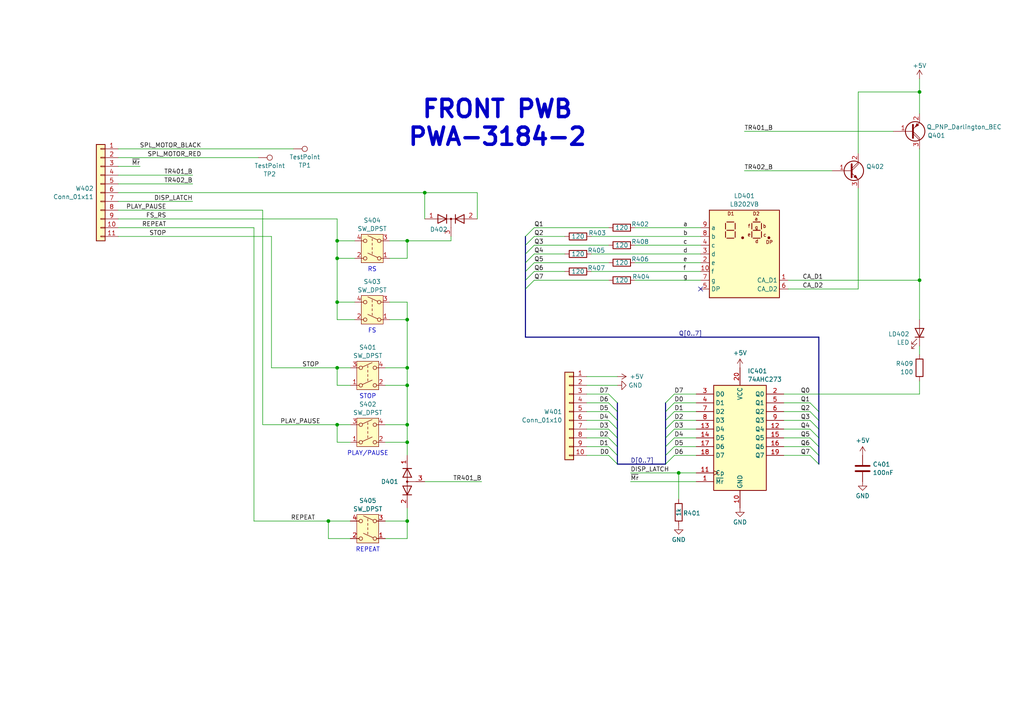
<source format=kicad_sch>
(kicad_sch (version 20231120) (generator "eeschema") (generator_version "8.0")
  (paper "A4")
  (lib_symbols
    (symbol "74xx:74AHC273"
      (property "Reference" "U" (at -7.62 16.51 0))
      (property "Value" "74AHC273" (at -7.62 -16.51 0))
      (symbol "74AHC273_1_0"
        (pin input line (at -12.7 -12.7 0) (length 5.08) (name "~{Mr}") (number "1"))
        (pin power_in line (at 0 -20.32 90) (length 5.08) (name "GND") (number "10"))
        (pin input clock (at -12.7 -10.16 0) (length 5.08) (name "Cp") (number "11"))
        (pin output line (at 12.7 2.54 180) (length 5.08) (name "Q4") (number "12"))
        (pin input line (at -12.7 2.54 0) (length 5.08) (name "D4") (number "13"))
        (pin input line (at -12.7 0 0) (length 5.08) (name "D5") (number "14"))
        (pin output line (at 12.7 0 180) (length 5.08) (name "Q5") (number "15"))
        (pin output line (at 12.7 -2.54 180) (length 5.08) (name "Q6") (number "16"))
        (pin input line (at -12.7 -2.54 0) (length 5.08) (name "D6") (number "17"))
        (pin input line (at -12.7 -5.08 0) (length 5.08) (name "D7") (number "18"))
        (pin output line (at 12.7 -5.08 180) (length 5.08) (name "Q7") (number "19"))
        (pin output line (at 12.7 12.7 180) (length 5.08) (name "Q0") (number "2"))
        (pin power_in line (at 0 20.32 270) (length 5.08) (name "VCC") (number "20"))
        (pin input line (at -12.7 12.7 0) (length 5.08) (name "D0") (number "3"))
        (pin input line (at -12.7 10.16 0) (length 5.08) (name "D1") (number "4"))
        (pin output line (at 12.7 10.16 180) (length 5.08) (name "Q1") (number "5"))
        (pin output line (at 12.7 7.62 180) (length 5.08) (name "Q2") (number "6"))
        (pin input line (at -12.7 7.62 0) (length 5.08) (name "D2") (number "7"))
        (pin input line (at -12.7 5.08 0) (length 5.08) (name "D3") (number "8"))
        (pin output line (at 12.7 5.08 180) (length 5.08) (name "Q3") (number "9"))
      )
      (symbol "74AHC273_1_1"
        (rectangle (start -7.62 15.24) (end 7.62 -15.24) (stroke (width 0.254)) (fill (type background)))
      )
    )
    (symbol "Connector:TestPoint" (pin_numbers hide) (pin_names (offset 0.762) hide)
      (property "Reference" "TP" (at 0 6.858 0))
      (property "Value" "TestPoint" (at 0 5.08 0))
      (symbol "TestPoint_0_1"
        (circle (center 0 3.302) (radius 0.762))
      )
      (symbol "TestPoint_1_1"
        (pin passive line (at 0 0 90) (length 2.54) (name "1") (number "1"))
      )
    )
    (symbol "Connector_Generic:Conn_01x10" (pin_names (offset 1.016) hide)
      (property "Reference" "J" (at 0 12.7 0))
      (property "Value" "Conn_01x10" (at 0 -15.24 0))
      (symbol "Conn_01x10_1_1"
        (rectangle (start -1.27 -12.573) (end 0 -12.827) (stroke (width 0.1524)))
        (rectangle (start -1.27 -10.033) (end 0 -10.287) (stroke (width 0.1524)))
        (rectangle (start -1.27 -7.493) (end 0 -7.747) (stroke (width 0.1524)))
        (rectangle (start -1.27 -4.953) (end 0 -5.207) (stroke (width 0.1524)))
        (rectangle (start -1.27 -2.413) (end 0 -2.667) (stroke (width 0.1524)))
        (rectangle (start -1.27 0.127) (end 0 -0.127) (stroke (width 0.1524)))
        (rectangle (start -1.27 2.667) (end 0 2.413) (stroke (width 0.1524)))
        (rectangle (start -1.27 5.207) (end 0 4.953) (stroke (width 0.1524)))
        (rectangle (start -1.27 7.747) (end 0 7.493) (stroke (width 0.1524)))
        (rectangle (start -1.27 10.287) (end 0 10.033) (stroke (width 0.1524)))
        (rectangle (start -1.27 11.43) (end 1.27 -13.97) (stroke (width 0.254)) (fill (type background)))
        (pin passive line (at -5.08 10.16 0) (length 3.81) (name "Pin_1") (number "1"))
        (pin passive line (at -5.08 -12.7 0) (length 3.81) (name "Pin_10") (number "10"))
        (pin passive line (at -5.08 7.62 0) (length 3.81) (name "Pin_2") (number "2"))
        (pin passive line (at -5.08 5.08 0) (length 3.81) (name "Pin_3") (number "3"))
        (pin passive line (at -5.08 2.54 0) (length 3.81) (name "Pin_4") (number "4"))
        (pin passive line (at -5.08 0 0) (length 3.81) (name "Pin_5") (number "5"))
        (pin passive line (at -5.08 -2.54 0) (length 3.81) (name "Pin_6") (number "6"))
        (pin passive line (at -5.08 -5.08 0) (length 3.81) (name "Pin_7") (number "7"))
        (pin passive line (at -5.08 -7.62 0) (length 3.81) (name "Pin_8") (number "8"))
        (pin passive line (at -5.08 -10.16 0) (length 3.81) (name "Pin_9") (number "9"))
      )
    )
    (symbol "Connector_Generic:Conn_01x11" (pin_names (offset 1.016) hide)
      (property "Reference" "J" (at 0 15.24 0))
      (property "Value" "Conn_01x11" (at 0 -15.24 0))
      (symbol "Conn_01x11_1_1"
        (rectangle (start -1.27 -12.573) (end 0 -12.827) (stroke (width 0.1524)))
        (rectangle (start -1.27 -10.033) (end 0 -10.287) (stroke (width 0.1524)))
        (rectangle (start -1.27 -7.493) (end 0 -7.747) (stroke (width 0.1524)))
        (rectangle (start -1.27 -4.953) (end 0 -5.207) (stroke (width 0.1524)))
        (rectangle (start -1.27 -2.413) (end 0 -2.667) (stroke (width 0.1524)))
        (rectangle (start -1.27 0.127) (end 0 -0.127) (stroke (width 0.1524)))
        (rectangle (start -1.27 2.667) (end 0 2.413) (stroke (width 0.1524)))
        (rectangle (start -1.27 5.207) (end 0 4.953) (stroke (width 0.1524)))
        (rectangle (start -1.27 7.747) (end 0 7.493) (stroke (width 0.1524)))
        (rectangle (start -1.27 10.287) (end 0 10.033) (stroke (width 0.1524)))
        (rectangle (start -1.27 12.827) (end 0 12.573) (stroke (width 0.1524)))
        (rectangle (start -1.27 13.97) (end 1.27 -13.97) (stroke (width 0.254)) (fill (type background)))
        (pin passive line (at -5.08 12.7 0) (length 3.81) (name "Pin_1") (number "1"))
        (pin passive line (at -5.08 -10.16 0) (length 3.81) (name "Pin_10") (number "10"))
        (pin passive line (at -5.08 -12.7 0) (length 3.81) (name "Pin_11") (number "11"))
        (pin passive line (at -5.08 10.16 0) (length 3.81) (name "Pin_2") (number "2"))
        (pin passive line (at -5.08 7.62 0) (length 3.81) (name "Pin_3") (number "3"))
        (pin passive line (at -5.08 5.08 0) (length 3.81) (name "Pin_4") (number "4"))
        (pin passive line (at -5.08 2.54 0) (length 3.81) (name "Pin_5") (number "5"))
        (pin passive line (at -5.08 0 0) (length 3.81) (name "Pin_6") (number "6"))
        (pin passive line (at -5.08 -2.54 0) (length 3.81) (name "Pin_7") (number "7"))
        (pin passive line (at -5.08 -5.08 0) (length 3.81) (name "Pin_8") (number "8"))
        (pin passive line (at -5.08 -7.62 0) (length 3.81) (name "Pin_9") (number "9"))
      )
    )
    (symbol "Device:C" (pin_numbers hide) (pin_names (offset 0.254))
      (property "Reference" "C" (at 0.635 2.54 0))
      (property "Value" "C" (at 0.635 -2.54 0))
      (symbol "C_0_1"
        (polyline (pts (xy -2.032 -0.762) (xy 2.032 -0.762)) (stroke (width 0.508)))
        (polyline (pts (xy -2.032 0.762) (xy 2.032 0.762)) (stroke (width 0.508)))
      )
      (symbol "C_1_1"
        (pin passive line (at 0 3.81 270) (length 2.794) (name "~") (number "1"))
        (pin passive line (at 0 -3.81 90) (length 2.794) (name "~") (number "2"))
      )
    )
    (symbol "Device:D_Dual_CommonAnode_KKA" (pin_names (offset 0.762) hide)
      (property "Reference" "D" (at 1.27 -2.54 0))
      (property "Value" "D_Dual_CommonAnode_KKA" (at 0 2.54 0))
      (symbol "D_Dual_CommonAnode_KKA_0_1"
        (polyline (pts (xy -3.81 0) (xy 3.81 0)))
        (polyline (pts (xy 0 0) (xy 0 -2.54)))
        (polyline (pts (xy -3.81 1.27) (xy -3.81 -1.27) (xy -3.81 -1.27)) (stroke (width 0.254)))
        (polyline (pts (xy 3.81 1.27) (xy 3.81 -1.27) (xy 3.81 -1.27)) (stroke (width 0.254)))
        (polyline (pts (xy -1.27 -1.27) (xy -3.81 0) (xy -1.27 1.27) (xy -1.27 -1.27) (xy -1.27 -1.27) (xy -1.27 -1.27)) (stroke (width 0.254)))
        (polyline (pts (xy 1.27 1.27) (xy 3.81 0) (xy 1.27 -1.27) (xy 1.27 1.27) (xy 1.27 1.27) (xy 1.27 1.27)) (stroke (width 0.254)))
        (circle (center 0 0) (radius 0.254) (fill (type outline)))
        (pin passive line (at -7.62 0 0) (length 3.81) (name "K") (number "1"))
        (pin passive line (at 7.62 0 180) (length 3.81) (name "K") (number "2"))
        (pin passive line (at 0 -5.08 90) (length 2.54) (name "A") (number "3"))
      )
    )
    (symbol "Device:D_Dual_CommonCathode_AAK" (pin_names (offset 0.762) hide)
      (property "Reference" "D" (at 1.27 -2.54 0))
      (property "Value" "D_Dual_CommonCathode_AAK" (at 0 2.54 0))
      (symbol "D_Dual_CommonCathode_AAK_0_1"
        (polyline (pts (xy -3.81 0) (xy 3.81 0)))
        (polyline (pts (xy 0 0) (xy 0 -2.54)))
        (polyline (pts (xy -1.27 -1.27) (xy -1.27 1.27) (xy -1.27 1.27)) (stroke (width 0.254)))
        (polyline (pts (xy 1.27 -1.27) (xy 1.27 1.27) (xy 1.27 1.27)) (stroke (width 0.254)))
        (polyline (pts (xy -3.81 1.27) (xy -1.27 0) (xy -3.81 -1.27) (xy -3.81 1.27) (xy -3.81 1.27) (xy -3.81 1.27)) (stroke (width 0.254)))
        (polyline (pts (xy 3.81 -1.27) (xy 1.27 0) (xy 3.81 1.27) (xy 3.81 -1.27) (xy 3.81 -1.27) (xy 3.81 -1.27)) (stroke (width 0.254)))
        (circle (center 0 0) (radius 0.254) (fill (type outline)))
        (pin passive line (at -7.62 0 0) (length 3.81) (name "A") (number "1"))
        (pin passive line (at 7.62 0 180) (length 3.81) (name "A") (number "2"))
        (pin passive line (at 0 -5.08 90) (length 2.54) (name "K") (number "3"))
      )
    )
    (symbol "Device:LED" (pin_numbers hide) (pin_names (offset 1.016) hide)
      (property "Reference" "D" (at 0 2.54 0))
      (property "Value" "LED" (at 0 -2.54 0))
      (symbol "LED_0_1"
        (polyline (pts (xy -1.27 -1.27) (xy -1.27 1.27)) (stroke (width 0.254)))
        (polyline (pts (xy -1.27 0) (xy 1.27 0)))
        (polyline (pts (xy 1.27 -1.27) (xy 1.27 1.27) (xy -1.27 0) (xy 1.27 -1.27)) (stroke (width 0.254)))
        (polyline (pts (xy -3.048 -0.762) (xy -4.572 -2.286) (xy -3.81 -2.286) (xy -4.572 -2.286) (xy -4.572 -1.524)))
        (polyline (pts (xy -1.778 -0.762) (xy -3.302 -2.286) (xy -2.54 -2.286) (xy -3.302 -2.286) (xy -3.302 -1.524)))
      )
      (symbol "LED_1_1"
        (pin passive line (at -3.81 0 0) (length 2.54) (name "K") (number "1"))
        (pin passive line (at 3.81 0 180) (length 2.54) (name "A") (number "2"))
      )
    )
    (symbol "Device:Q_NPN_Darlington_BCE" (pin_names (offset 0) hide)
      (property "Reference" "Q" (at 4.572 1.27 0))
      (property "Value" "Q_NPN_Darlington_BCE" (at 4.572 -1.27 0))
      (symbol "Q_NPN_Darlington_BCE_0_1"
        (polyline (pts (xy 0.635 0.635) (xy 2.54 2.54)))
        (polyline (pts (xy 0.635 -0.635) (xy 2.54 -2.54) (xy 2.54 -2.54)))
        (polyline (pts (xy 0.635 0) (xy 2.54 1.905) (xy 2.54 2.54)))
        (polyline (pts (xy 0.635 1.905) (xy 0.635 -1.905) (xy 0.635 -1.905)) (stroke (width 0.508)))
        (polyline (pts (xy 1.27 -1.778) (xy 1.778 -1.27) (xy 2.286 -2.286) (xy 1.27 -1.778) (xy 1.27 -1.778)) (fill (type outline)))
        (circle (center 1.27 0) (radius 2.8194) (stroke (width 0.254)))
      )
      (symbol "Q_NPN_Darlington_BCE_1_1"
        (pin input line (at -5.08 0 0) (length 5.715) (name "B") (number "1"))
        (pin passive line (at 2.54 5.08 270) (length 2.54) (name "C") (number "2"))
        (pin passive line (at 2.54 -5.08 90) (length 2.54) (name "E") (number "3"))
      )
    )
    (symbol "Device:Q_PNP_Darlington_BEC" (pin_names (offset 0) hide)
      (property "Reference" "Q" (at 4.572 1.27 0))
      (property "Value" "Q_PNP_Darlington_BEC" (at 4.572 -1.27 0))
      (symbol "Q_PNP_Darlington_BEC_0_1"
        (polyline (pts (xy 0.635 0.635) (xy 2.54 2.54)))
        (polyline (pts (xy 0.635 -0.635) (xy 2.54 -2.54) (xy 2.54 -2.54)))
        (polyline (pts (xy 0.635 0) (xy 2.54 1.905) (xy 2.54 2.54)))
        (polyline (pts (xy 0.635 1.905) (xy 0.635 -1.905) (xy 0.635 -1.905)) (stroke (width 0.508)))
        (polyline (pts (xy 2.286 -1.778) (xy 1.778 -2.286) (xy 1.27 -1.27) (xy 2.286 -1.778) (xy 2.286 -1.778)) (fill (type outline)))
        (circle (center 1.27 0) (radius 2.8194) (stroke (width 0.254)))
      )
      (symbol "Q_PNP_Darlington_BEC_1_1"
        (pin input line (at -5.08 0 0) (length 5.715) (name "B") (number "1"))
        (pin passive line (at 2.54 -5.08 90) (length 2.54) (name "E") (number "2"))
        (pin passive line (at 2.54 5.08 270) (length 2.54) (name "C") (number "3"))
      )
    )
    (symbol "Device:R" (pin_numbers hide) (pin_names (offset 0))
      (property "Reference" "R" (at 2.032 0 90))
      (property "Value" "R" (at 0 0 90))
      (symbol "R_0_1"
        (rectangle (start -1.016 -2.54) (end 1.016 2.54) (stroke (width 0.254)))
      )
      (symbol "R_1_1"
        (pin passive line (at 0 3.81 270) (length 1.27) (name "~") (number "1"))
        (pin passive line (at 0 -3.81 90) (length 1.27) (name "~") (number "2"))
      )
    )
    (symbol "PC-Engine_CDR-30:LB202VB"
      (property "Reference" "LD" (at 0 16.8445 0))
      (property "Value" "LB202VB" (at 0 14.4202 0))
      (symbol "LB202VB_0_0"
        (text "a" (at 3.4544 10.1854 0) (effects (font (size 0.9906 0.9906))))
        (text "b" (at 5.842 8.0772 0) (effects (font (size 0.9906 0.9906))))
        (text "c" (at 5.9436 5.5372 0) (effects (font (size 0.9906 0.9906))))
        (text "d" (at 3.6068 3.683 0) (effects (font (size 0.9906 0.9906))))
        (text "D1" (at -3.937 11.684 0) (effects (font (size 0.9906 0.9906))))
        (text "D2" (at 3.429 11.684 0) (effects (font (size 0.9906 0.9906))))
        (text "DP" (at 7.239 3.429 0) (effects (font (size 0.9906 0.9906))))
        (text "e" (at 1.3716 5.6388 0) (effects (font (size 0.9906 0.9906))))
        (text "f" (at 1.3716 8.1026 0) (effects (font (size 0.9906 0.9906))))
        (text "g" (at 3.5052 7.7216 0) (effects (font (size 0.9906 0.9906))))
      )
      (symbol "LB202VB_0_1"
        (rectangle (start -10.16 12.7) (end 10.16 -12.7) (stroke (width 0.254)) (fill (type background)))
        (circle (center -0.508 4.699) (radius 0.2794) (stroke (width 0.254)) (fill (type outline)))
        (polyline (pts (xy -5.461 4.826) (xy -5.461 6.477)) (stroke (width 0.254)))
        (polyline (pts (xy -5.461 7.239) (xy -5.461 8.89)) (stroke (width 0.254)))
        (polyline (pts (xy -5.08 4.572) (xy -3.048 4.572)) (stroke (width 0.254)))
        (polyline (pts (xy -5.08 6.858) (xy -3.048 6.858)) (stroke (width 0.254)))
        (polyline (pts (xy -5.08 9.271) (xy -3.048 9.271)) (stroke (width 0.254)))
        (polyline (pts (xy -2.667 4.826) (xy -2.667 6.477)) (stroke (width 0.254)))
        (polyline (pts (xy -2.667 7.239) (xy -2.667 8.89)) (stroke (width 0.254)))
        (polyline (pts (xy 2.159 4.826) (xy 2.159 6.477)) (stroke (width 0.254)))
        (polyline (pts (xy 2.159 7.239) (xy 2.159 8.89)) (stroke (width 0.254)))
        (polyline (pts (xy 2.54 4.572) (xy 4.572 4.572)) (stroke (width 0.254)))
        (polyline (pts (xy 2.54 6.858) (xy 4.572 6.858)) (stroke (width 0.254)))
        (polyline (pts (xy 2.54 9.271) (xy 4.572 9.271)) (stroke (width 0.254)))
        (polyline (pts (xy 4.953 4.826) (xy 4.953 6.477)) (stroke (width 0.254)))
        (polyline (pts (xy 4.953 7.239) (xy 4.953 8.89)) (stroke (width 0.254)))
        (circle (center 7.112 4.699) (radius 0.2794) (stroke (width 0.254)) (fill (type outline)))
      )
      (symbol "LB202VB_1_1"
        (pin input line (at 12.7 -7.62 180) (length 2.54) (name "CA_D1") (number "1"))
        (pin input line (at -12.7 -5.08 0) (length 2.54) (name "f") (number "10"))
        (pin input line (at -12.7 -2.54 0) (length 2.54) (name "e") (number "2"))
        (pin input line (at -12.7 0 0) (length 2.54) (name "d") (number "3"))
        (pin input line (at -12.7 2.54 0) (length 2.54) (name "c") (number "4"))
        (pin input line (at -12.7 -10.16 0) (length 2.54) (name "DP") (number "5"))
        (pin input line (at 12.7 -10.16 180) (length 2.54) (name "CA_D2") (number "6"))
        (pin input line (at -12.7 -7.62 0) (length 2.54) (name "g") (number "7"))
        (pin input line (at -12.7 5.08 0) (length 2.54) (name "b") (number "8"))
        (pin input line (at -12.7 7.62 0) (length 2.54) (name "a") (number "9"))
      )
    )
    (symbol "Switch:SW_DPST" (pin_names (offset 0) hide)
      (property "Reference" "SW" (at 0 6.35 0))
      (property "Value" "SW_DPST" (at 0 -5.08 0))
      (symbol "SW_DPST_0_0"
        (circle (center -2.032 -2.54) (radius 0.508))
        (circle (center -2.032 2.54) (radius 0.508))
        (polyline (pts (xy -1.524 -2.286) (xy 1.27 -1.016)))
        (polyline (pts (xy -1.524 2.794) (xy 1.27 4.064)))
        (polyline (pts (xy 0 -1.27) (xy 0 -0.635)))
        (polyline (pts (xy 0 0) (xy 0 0.635)))
        (polyline (pts (xy 0 1.27) (xy 0 1.905)))
        (polyline (pts (xy 0 2.54) (xy 0 3.175)))
        (circle (center 2.032 -2.54) (radius 0.508))
        (circle (center 2.032 2.54) (radius 0.508))
      )
      (symbol "SW_DPST_1_1"
        (rectangle (start -3.175 4.445) (end 3.175 -3.81) (fill (type background)))
        (pin passive line (at -5.08 -2.54 0) (length 2.54) (name "1") (number "1"))
        (pin passive line (at 5.08 -2.54 180) (length 2.54) (name "2") (number "2"))
        (pin passive line (at -5.08 2.54 0) (length 2.54) (name "3") (number "3"))
        (pin passive line (at 5.08 2.54 180) (length 2.54) (name "4") (number "4"))
      )
    )
    (symbol "power:+5V" (power) (pin_names (offset 0))
      (property "Value" "+5V" (at 0 3.556 0))
      (symbol "+5V_0_1"
        (polyline (pts (xy -0.762 1.27) (xy 0 2.54)))
        (polyline (pts (xy 0 0) (xy 0 2.54)))
        (polyline (pts (xy 0 2.54) (xy 0.762 1.27)))
      )
      (symbol "+5V_1_1"
        (pin power_in line (at 0 0 90) (length 0) hide (name "+5V") (number "1"))
      )
    )
    (symbol "power:GND" (power) (pin_names (offset 0))
      (property "Value" "GND" (at 0 -3.81 0))
      (symbol "GND_0_1"
        (polyline (pts (xy 0 0) (xy 0 -1.27) (xy 1.27 -1.27) (xy 0 -2.54) (xy -1.27 -1.27) (xy 0 -1.27)))
      )
      (symbol "GND_1_1"
        (pin power_in line (at 0 0 270) (length 0) hide (name "GND") (number "1"))
      )
    )
  )
  (junction (at 266.7 26.67))
  (junction (at 97.79 74.93))
  (junction (at 118.11 92.71))
  (junction (at 118.11 111.76))
  (junction (at 97.79 87.63))
  (junction (at 118.11 151.13))
  (junction (at 97.79 69.85))
  (junction (at 118.11 106.68))
  (junction (at 118.11 69.85))
  (junction (at 118.11 123.19))
  (junction (at 266.7 81.28))
  (junction (at 97.79 106.68))
  (junction (at 95.25 151.13))
  (junction (at 123.19 55.88))
  (junction (at 97.79 123.19))
  (junction (at 196.85 137.16))
  (junction (at 118.11 128.27))
  (no_connect (at 203.2 83.82))
  (bus_entry (at 154.94 81.28) (size -2.54 2.54))
  (bus_entry (at 195.58 119.38) (size -2.54 2.54))
  (bus_entry (at 234.95 127) (size 2.54 2.54))
  (bus_entry (at 234.95 132.08) (size 2.54 2.54))
  (bus_entry (at 154.94 71.12) (size -2.54 2.54))
  (bus_entry (at 154.94 76.2) (size -2.54 2.54))
  (bus_entry (at 234.95 119.38) (size 2.54 2.54))
  (bus_entry (at 234.95 116.84) (size 2.54 2.54))
  (bus_entry (at 234.95 124.46) (size 2.54 2.54))
  (bus_entry (at 195.58 114.3) (size -2.54 2.54))
  (bus_entry (at 234.95 129.54) (size 2.54 2.54))
  (bus_entry (at 195.58 124.46) (size -2.54 2.54))
  (bus_entry (at 154.94 73.66) (size -2.54 2.54))
  (bus_entry (at 176.53 114.3) (size 2.54 2.54))
  (bus_entry (at 176.53 132.08) (size 2.54 2.54))
  (bus_entry (at 195.58 132.08) (size -2.54 2.54))
  (bus_entry (at 176.53 116.84) (size 2.54 2.54))
  (bus_entry (at 154.94 68.58) (size -2.54 2.54))
  (bus_entry (at 195.58 116.84) (size -2.54 2.54))
  (bus_entry (at 176.53 119.38) (size 2.54 2.54))
  (bus_entry (at 195.58 127) (size -2.54 2.54))
  (bus_entry (at 234.95 121.92) (size 2.54 2.54))
  (bus_entry (at 154.94 66.04) (size -2.54 2.54))
  (bus_entry (at 176.53 127) (size 2.54 2.54))
  (bus_entry (at 176.53 124.46) (size 2.54 2.54))
  (bus_entry (at 176.53 121.92) (size 2.54 2.54))
  (bus_entry (at 154.94 78.74) (size -2.54 2.54))
  (bus_entry (at 176.53 129.54) (size 2.54 2.54))
  (bus_entry (at 195.58 129.54) (size -2.54 2.54))
  (bus_entry (at 195.58 121.92) (size -2.54 2.54))
  (wire (pts (xy 97.79 106.68) (xy 78.74 106.68)))
  (bus (pts (xy 152.4 71.12) (xy 152.4 73.66)))
  (wire (pts (xy 101.6 151.13) (xy 95.25 151.13)))
  (bus (pts (xy 179.07 132.08) (xy 179.07 134.62)))
  (wire (pts (xy 184.15 71.12) (xy 203.2 71.12)))
  (wire (pts (xy 97.79 69.85) (xy 102.87 69.85)))
  (wire (pts (xy 73.66 66.04) (xy 73.66 151.13)))
  (wire (pts (xy 123.19 55.88) (xy 34.29 55.88)))
  (wire (pts (xy 176.53 116.84) (xy 170.18 116.84)))
  (wire (pts (xy 176.53 124.46) (xy 170.18 124.46)))
  (wire (pts (xy 113.03 69.85) (xy 118.11 69.85)))
  (wire (pts (xy 154.94 73.66) (xy 163.83 73.66)))
  (bus (pts (xy 152.4 73.66) (xy 152.4 76.2)))
  (wire (pts (xy 195.58 127) (xy 201.93 127)))
  (bus (pts (xy 237.49 119.38) (xy 237.49 121.92)))
  (wire (pts (xy 118.11 128.27) (xy 118.11 132.08)))
  (wire (pts (xy 85.09 43.18) (xy 34.29 43.18)))
  (wire (pts (xy 154.94 81.28) (xy 176.53 81.28)))
  (wire (pts (xy 76.2 60.96) (xy 76.2 123.19)))
  (wire (pts (xy 97.79 87.63) (xy 102.87 87.63)))
  (wire (pts (xy 118.11 74.93) (xy 118.11 69.85)))
  (wire (pts (xy 228.6 81.28) (xy 266.7 81.28)))
  (wire (pts (xy 266.7 22.86) (xy 266.7 26.67)))
  (wire (pts (xy 154.94 76.2) (xy 176.53 76.2)))
  (wire (pts (xy 97.79 111.76) (xy 97.79 106.68)))
  (wire (pts (xy 138.43 55.88) (xy 123.19 55.88)))
  (wire (pts (xy 196.85 137.16) (xy 201.93 137.16)))
  (wire (pts (xy 97.79 128.27) (xy 97.79 123.19)))
  (wire (pts (xy 55.88 58.42) (xy 34.29 58.42)))
  (wire (pts (xy 154.94 71.12) (xy 176.53 71.12)))
  (wire (pts (xy 113.03 87.63) (xy 118.11 87.63)))
  (wire (pts (xy 40.64 48.26) (xy 34.29 48.26)))
  (wire (pts (xy 139.7 139.7) (xy 123.19 139.7)))
  (wire (pts (xy 170.18 109.22) (xy 179.07 109.22)))
  (wire (pts (xy 195.58 132.08) (xy 201.93 132.08)))
  (wire (pts (xy 195.58 129.54) (xy 201.93 129.54)))
  (wire (pts (xy 176.53 127) (xy 170.18 127)))
  (wire (pts (xy 176.53 132.08) (xy 170.18 132.08)))
  (wire (pts (xy 176.53 119.38) (xy 170.18 119.38)))
  (wire (pts (xy 74.93 45.72) (xy 34.29 45.72)))
  (wire (pts (xy 113.03 92.71) (xy 118.11 92.71)))
  (bus (pts (xy 179.07 129.54) (xy 179.07 132.08)))
  (wire (pts (xy 118.11 123.19) (xy 118.11 111.76)))
  (bus (pts (xy 179.07 116.84) (xy 179.07 119.38)))
  (bus (pts (xy 179.07 119.38) (xy 179.07 121.92)))
  (wire (pts (xy 111.76 106.68) (xy 118.11 106.68)))
  (wire (pts (xy 176.53 129.54) (xy 170.18 129.54)))
  (wire (pts (xy 215.9 49.53) (xy 241.3 49.53)))
  (wire (pts (xy 118.11 92.71) (xy 118.11 87.63)))
  (wire (pts (xy 130.81 68.58) (xy 130.81 69.85)))
  (wire (pts (xy 123.19 55.88) (xy 123.19 63.5)))
  (wire (pts (xy 234.95 119.38) (xy 227.33 119.38)))
  (wire (pts (xy 73.66 66.04) (xy 34.29 66.04)))
  (wire (pts (xy 97.79 74.93) (xy 102.87 74.93)))
  (wire (pts (xy 195.58 124.46) (xy 201.93 124.46)))
  (wire (pts (xy 182.88 139.7) (xy 201.93 139.7)))
  (wire (pts (xy 195.58 121.92) (xy 201.93 121.92)))
  (wire (pts (xy 184.15 66.04) (xy 203.2 66.04)))
  (wire (pts (xy 34.29 63.5) (xy 97.79 63.5)))
  (wire (pts (xy 95.25 151.13) (xy 95.25 156.21)))
  (wire (pts (xy 196.85 144.78) (xy 196.85 137.16)))
  (wire (pts (xy 118.11 123.19) (xy 118.11 128.27)))
  (wire (pts (xy 55.88 50.8) (xy 34.29 50.8)))
  (bus (pts (xy 193.04 119.38) (xy 193.04 121.92)))
  (wire (pts (xy 118.11 111.76) (xy 111.76 111.76)))
  (wire (pts (xy 248.92 54.61) (xy 248.92 83.82)))
  (wire (pts (xy 171.45 68.58) (xy 203.2 68.58)))
  (wire (pts (xy 266.7 110.49) (xy 266.7 114.3)))
  (bus (pts (xy 152.4 78.74) (xy 152.4 81.28)))
  (wire (pts (xy 118.11 123.19) (xy 111.76 123.19)))
  (wire (pts (xy 97.79 92.71) (xy 102.87 92.71)))
  (bus (pts (xy 193.04 121.92) (xy 193.04 124.46)))
  (wire (pts (xy 195.58 116.84) (xy 201.93 116.84)))
  (wire (pts (xy 234.95 127) (xy 227.33 127)))
  (wire (pts (xy 73.66 151.13) (xy 95.25 151.13)))
  (wire (pts (xy 195.58 119.38) (xy 201.93 119.38)))
  (wire (pts (xy 228.6 83.82) (xy 248.92 83.82)))
  (bus (pts (xy 179.07 134.62) (xy 193.04 134.62)))
  (wire (pts (xy 184.15 76.2) (xy 203.2 76.2)))
  (bus (pts (xy 237.49 124.46) (xy 237.49 127)))
  (wire (pts (xy 55.88 53.34) (xy 34.29 53.34)))
  (bus (pts (xy 193.04 127) (xy 193.04 129.54)))
  (wire (pts (xy 248.92 26.67) (xy 266.7 26.67)))
  (bus (pts (xy 193.04 132.08) (xy 193.04 134.62)))
  (wire (pts (xy 266.7 100.33) (xy 266.7 102.87)))
  (bus (pts (xy 193.04 124.46) (xy 193.04 127)))
  (wire (pts (xy 118.11 156.21) (xy 118.11 151.13)))
  (wire (pts (xy 118.11 111.76) (xy 118.11 106.68)))
  (wire (pts (xy 215.9 38.1) (xy 259.08 38.1)))
  (wire (pts (xy 97.79 123.19) (xy 101.6 123.19)))
  (wire (pts (xy 176.53 114.3) (xy 170.18 114.3)))
  (wire (pts (xy 182.88 137.16) (xy 196.85 137.16)))
  (wire (pts (xy 118.11 151.13) (xy 111.76 151.13)))
  (bus (pts (xy 152.4 68.58) (xy 152.4 71.12)))
  (wire (pts (xy 171.45 73.66) (xy 203.2 73.66)))
  (wire (pts (xy 138.43 63.5) (xy 138.43 55.88)))
  (bus (pts (xy 179.07 121.92) (xy 179.07 124.46)))
  (wire (pts (xy 234.95 132.08) (xy 227.33 132.08)))
  (wire (pts (xy 234.95 116.84) (xy 227.33 116.84)))
  (wire (pts (xy 184.15 81.28) (xy 203.2 81.28)))
  (bus (pts (xy 179.07 124.46) (xy 179.07 127)))
  (wire (pts (xy 227.33 114.3) (xy 266.7 114.3)))
  (wire (pts (xy 78.74 68.58) (xy 78.74 106.68)))
  (bus (pts (xy 152.4 97.79) (xy 237.49 97.79)))
  (bus (pts (xy 237.49 129.54) (xy 237.49 132.08)))
  (wire (pts (xy 118.11 69.85) (xy 130.81 69.85)))
  (bus (pts (xy 237.49 132.08) (xy 237.49 134.62)))
  (wire (pts (xy 97.79 63.5) (xy 97.79 69.85)))
  (wire (pts (xy 266.7 81.28) (xy 266.7 43.18)))
  (wire (pts (xy 171.45 78.74) (xy 203.2 78.74)))
  (wire (pts (xy 234.95 121.92) (xy 227.33 121.92)))
  (wire (pts (xy 97.79 106.68) (xy 101.6 106.68)))
  (wire (pts (xy 234.95 129.54) (xy 227.33 129.54)))
  (wire (pts (xy 195.58 114.3) (xy 201.93 114.3)))
  (wire (pts (xy 266.7 81.28) (xy 266.7 92.71)))
  (wire (pts (xy 154.94 66.04) (xy 176.53 66.04)))
  (bus (pts (xy 237.49 127) (xy 237.49 129.54)))
  (wire (pts (xy 266.7 33.02) (xy 266.7 26.67)))
  (wire (pts (xy 111.76 128.27) (xy 118.11 128.27)))
  (wire (pts (xy 113.03 74.93) (xy 118.11 74.93)))
  (bus (pts (xy 179.07 127) (xy 179.07 129.54)))
  (wire (pts (xy 118.11 151.13) (xy 118.11 147.32)))
  (bus (pts (xy 152.4 76.2) (xy 152.4 78.74)))
  (wire (pts (xy 234.95 124.46) (xy 227.33 124.46)))
  (wire (pts (xy 248.92 26.67) (xy 248.92 44.45)))
  (wire (pts (xy 154.94 68.58) (xy 163.83 68.58)))
  (wire (pts (xy 97.79 87.63) (xy 97.79 92.71)))
  (wire (pts (xy 154.94 78.74) (xy 163.83 78.74)))
  (wire (pts (xy 76.2 60.96) (xy 34.29 60.96)))
  (wire (pts (xy 78.74 68.58) (xy 34.29 68.58)))
  (wire (pts (xy 97.79 69.85) (xy 97.79 74.93)))
  (bus (pts (xy 237.49 97.79) (xy 237.49 119.38)))
  (wire (pts (xy 176.53 121.92) (xy 170.18 121.92)))
  (bus (pts (xy 152.4 81.28) (xy 152.4 83.82)))
  (bus (pts (xy 193.04 129.54) (xy 193.04 132.08)))
  (wire (pts (xy 97.79 74.93) (xy 97.79 87.63)))
  (wire (pts (xy 111.76 156.21) (xy 118.11 156.21)))
  (wire (pts (xy 101.6 111.76) (xy 97.79 111.76)))
  (wire (pts (xy 170.18 111.76) (xy 179.07 111.76)))
  (wire (pts (xy 95.25 156.21) (xy 101.6 156.21)))
  (wire (pts (xy 97.79 123.19) (xy 76.2 123.19)))
  (wire (pts (xy 101.6 128.27) (xy 97.79 128.27)))
  (bus (pts (xy 193.04 116.84) (xy 193.04 119.38)))
  (bus (pts (xy 237.49 121.92) (xy 237.49 124.46)))
  (wire (pts (xy 118.11 106.68) (xy 118.11 92.71)))
  (bus (pts (xy 152.4 97.79) (xy 152.4 83.82)))
  (text "STOP" (at 106.68 115.062 0) (effects (font (size 1.27 1.27))))
  (text "RS" (at 107.95 78.232 0) (effects (font (size 1.27 1.27))))
  (text "REPEAT" (at 106.68 159.512 0) (effects (font (size 1.27 1.27))))
  (text "PLAY/PAUSE" (at 106.68 131.572 0) (effects (font (size 1.27 1.27))))
  (text "FS" (at 107.95 96.012 0) (effects (font (size 1.27 1.27))))
  (text "FRONT PWB\nPWA-3184-2" (at 144.272 35.814 0) (effects (font (size 5 5) (thickness 1) (bold yes))))
  (label "Q1" (at 234.95 116.84 180))
  (label "b" (at 198.12 68.58 0))
  (label "D7" (at 176.53 114.3 180))
  (label "Q6" (at 234.95 129.54 180))
  (label "Q3" (at 154.94 71.12 0))
  (label "a" (at 198.12 66.04 0))
  (label "Q0" (at 234.95 114.3 180))
  (label "~{Mr}" (at 40.64 48.26 180))
  (label "REPEAT" (at 91.44 151.13 180))
  (label "D6" (at 176.53 116.84 180))
  (label "c" (at 198.12 71.12 0))
  (label "TR402_B" (at 55.88 53.34 180))
  (label "TR401_B" (at 139.7 139.7 180))
  (label "d" (at 198.12 73.66 0))
  (label "TR401_B" (at 215.9 38.1 0))
  (label "Q6" (at 154.94 78.74 0))
  (label "STOP" (at 48.26 68.58 180))
  (label "Q4" (at 234.95 124.46 180))
  (label "Q4" (at 154.94 73.66 0))
  (label "g" (at 198.12 81.28 0))
  (label "D0" (at 173.99 132.08 0))
  (label "CA_D1" (at 238.76 81.28 180))
  (label "D4" (at 176.53 121.92 180))
  (label "D2" (at 195.58 121.92 0))
  (label "D4" (at 195.58 127 0))
  (label "D3" (at 176.53 124.46 180))
  (label "D6" (at 195.58 132.08 0))
  (label "SPL_MOTOR_RED" (at 58.42 45.72 180))
  (label "Q7" (at 234.95 132.08 180))
  (label "Q7" (at 154.94 81.28 0))
  (label "STOP" (at 87.63 106.68 0))
  (label "DISP_LATCH" (at 55.88 58.42 180))
  (label "D1" (at 176.53 129.54 180))
  (label "Q1" (at 154.94 66.04 0))
  (label "TR402_B" (at 215.9 49.53 0))
  (label "D7" (at 195.58 114.3 0))
  (label "PLAY_PAUSE" (at 48.26 60.96 180))
  (label "DISP_LATCH" (at 182.88 137.16 0))
  (label "f" (at 198.12 78.74 0))
  (label "e" (at 198.12 76.2 0))
  (label "Q2" (at 154.94 68.58 0))
  (label "TR401_B" (at 55.88 50.8 180))
  (label "Q[0..7]" (at 196.85 97.79 0))
  (label "D1" (at 195.58 119.38 0))
  (label "REPEAT" (at 48.26 66.04 180))
  (label "Q3" (at 234.95 121.92 180))
  (label "D3" (at 195.58 124.46 0))
  (label "~{Mr}" (at 182.88 139.7 0))
  (label "SPL_MOTOR_BLACK" (at 58.42 43.18 180))
  (label "CA_D2" (at 238.76 83.82 180))
  (label "PLAY_PAUSE" (at 81.28 123.19 0))
  (label "D[0..7]" (at 182.88 134.62 0))
  (label "D5" (at 195.58 129.54 0))
  (label "D2" (at 176.53 127 180))
  (label "D0" (at 195.58 116.84 0))
  (label "Q2" (at 234.95 119.38 180))
  (label "Q5" (at 234.95 127 180))
  (label "D5" (at 176.53 119.38 180))
  (label "Q5" (at 154.94 76.2 0))
  (label "FS_RS" (at 48.26 63.5 180))
  (symbol (lib_id "Device:Q_NPN_Darlington_BCE") (at 246.38 49.53 0) (unit 1)
    (property "Reference" "Q402" (at 251.2314 48.3178 0) (effects (justify left)))
    (property "Value" "Q_NPN_Darlington_ECBC" (effects (hide yes)))
    (property "Footprint" "Package_TO_SOT_SMD:SOT-89-3" (effects (hide yes)))
    (property "Description" "NPN Darlington transistor, base/collector/emitter" (effects (hide yes)))
  )
  (symbol (lib_id "Device:Q_PNP_Darlington_BEC") (at 264.16 38.1 0) (mirror x) (unit 1)
    (property "Reference" "Q401" (at 269.0114 39.3122 0) (effects (justify left)))
    (property "Value" "Q_PNP_Darlington_BEC" (at 268.732 36.83 0) (effects (justify left)))
    (property "Footprint" "Package_TO_SOT_SMD:SOT-89-3" (effects (hide yes)))
    (property "Description" "PNP Darlington transistor, base/emitter/collector" (effects (hide yes)))
  )
  (symbol (lib_id "Switch:SW_DPST") (at 106.68 109.22 0) (unit 1)
    (property "Reference" "S401" (at 106.68 100.7575 0))
    (property "Value" "SW_DPST" (at 106.68 103.1818 0))
    (property "Description" "Double Pole Single Throw (DPST) Switch" (effects (hide yes)))
  )
  (symbol (lib_id "power:+5V") (at 214.63 106.68 0) (unit 1)
    (property "Reference" "#PWR090" (effects (hide yes)))
    (property "Value" "+5V" (at 214.63 102.362 0))
  )
  (symbol (lib_id "Device:R") (at 180.34 71.12 90) (unit 1)
    (property "Reference" "R408" (at 185.674 70.104 90))
    (property "Value" "120" (at 180.34 71.12 90))
    (property "Footprint" "Resistor_SMD:R_0805_2012Metric" (effects (hide yes)))
    (property "Description" "Resistor" (effects (hide yes)))
  )
  (symbol (lib_id "Device:D_Dual_CommonAnode_KKA") (at 118.11 139.7 90) (mirror x) (unit 1)
    (property "Reference" "D401" (at 113.03 139.7 90))
    (property "Value" "D_Zener_Dual_CommonAnode_KKA" (effects (hide yes)))
    (property "Footprint" "Package_TO_SOT_SMD:SOT-23" (effects (hide yes)))
    (property "Description" "Dual diode, common anode on pin 3" (effects (hide yes)))
  )
  (symbol (lib_id "Switch:SW_DPST") (at 106.68 125.73 0) (unit 1)
    (property "Reference" "S402" (at 106.68 117.2675 0))
    (property "Value" "SW_DPST" (at 106.68 119.6918 0))
    (property "Description" "Double Pole Single Throw (DPST) Switch" (effects (hide yes)))
  )
  (symbol (lib_id "Device:R") (at 180.34 66.04 90) (unit 1)
    (property "Reference" "R402" (at 185.674 65.024 90))
    (property "Value" "120" (at 180.34 66.04 90))
    (property "Footprint" "Resistor_SMD:R_0805_2012Metric" (effects (hide yes)))
    (property "Description" "Resistor" (effects (hide yes)))
  )
  (symbol (lib_id "Device:R") (at 167.64 78.74 90) (unit 1)
    (property "Reference" "R407" (at 172.974 77.724 90))
    (property "Value" "120" (at 167.64 78.74 90))
    (property "Footprint" "Resistor_SMD:R_0805_2012Metric" (effects (hide yes)))
    (property "Description" "Resistor" (effects (hide yes)))
  )
  (symbol (lib_id "power:GND") (at 179.07 111.76 90) (mirror x) (unit 1)
    (property "Reference" "#PWR086" (effects (hide yes)))
    (property "Value" "GND" (at 182.2449 111.76 90) (effects (justify right)))
  )
  (symbol (lib_id "power:GND") (at 250.19 139.7 0) (unit 1)
    (property "Reference" "#PWR089" (effects (hide yes)))
    (property "Value" "GND" (at 250.19 143.8331 0))
  )
  (symbol (lib_id "Switch:SW_DPST") (at 107.95 90.17 0) (mirror y) (unit 1)
    (property "Reference" "S403" (at 107.95 81.7075 0))
    (property "Value" "SW_DPST" (at 107.95 84.1318 0))
    (property "Description" "Double Pole Single Throw (DPST) Switch" (effects (hide yes)))
  )
  (symbol (lib_id "Switch:SW_DPST") (at 107.95 72.39 0) (mirror y) (unit 1)
    (property "Reference" "S404" (at 107.95 63.9275 0))
    (property "Value" "SW_DPST" (at 107.95 66.3518 0))
    (property "Description" "Double Pole Single Throw (DPST) Switch" (effects (hide yes)))
  )
  (symbol (lib_id "power:+5V") (at 250.19 132.08 0) (unit 1)
    (property "Reference" "#PWR088" (effects (hide yes)))
    (property "Value" "+5V" (at 250.19 127.762 0))
  )
  (symbol (lib_id "Device:C") (at 250.19 135.89 0) (unit 1)
    (property "Reference" "C401" (at 253.111 134.6778 0) (effects (justify left)))
    (property "Value" "100nF" (at 253.111 137.1021 0) (effects (justify left)))
    (property "Footprint" "Capacitor_SMD:C_0805_2012Metric" (effects (hide yes)))
    (property "Description" "Unpolarized capacitor" (effects (hide yes)))
  )
  (symbol (lib_id "power:GND") (at 196.85 152.4 0) (unit 1)
    (property "Reference" "#PWR092" (effects (hide yes)))
    (property "Value" "GND" (at 196.85 156.5331 0))
  )
  (symbol (lib_id "power:+5V") (at 179.07 109.22 270) (mirror x) (unit 1)
    (property "Reference" "#PWR085" (effects (hide yes)))
    (property "Value" "+5V" (at 184.658 109.22 90))
  )
  (symbol (lib_id "Device:R") (at 167.64 68.58 90) (unit 1)
    (property "Reference" "R403" (at 173.228 67.564 90))
    (property "Value" "120" (at 167.64 68.58 90))
    (property "Footprint" "Resistor_SMD:R_0805_2012Metric" (effects (hide yes)))
    (property "Description" "Resistor" (effects (hide yes)))
  )
  (symbol (lib_id "Device:R") (at 266.7 106.68 0) (mirror y) (unit 1)
    (property "Reference" "R409" (at 264.922 105.4678 0) (effects (justify left)))
    (property "Value" "100" (at 264.922 107.8921 0) (effects (justify left)))
    (property "Footprint" "Resistor_SMD:R_0805_2012Metric" (effects (hide yes)))
    (property "Description" "Resistor" (effects (hide yes)))
  )
  (symbol (lib_id "Connector_Generic:Conn_01x11") (at 29.21 55.88 0) (mirror y) (unit 1)
    (property "Reference" "W402" (at 27.178 54.6678 0) (effects (justify left)))
    (property "Value" "Conn_01x11" (at 27.178 57.0921 0) (effects (justify left)))
    (property "Description" "Generic connector, single row, 01x11, script generated (kicad-library-utils/schlib/autogen/connector/)" (effects (hide yes)))
  )
  (symbol (lib_id "power:+5V") (at 266.7 22.86 0) (mirror y) (unit 1)
    (property "Reference" "#PWR087" (effects (hide yes)))
    (property "Value" "+5V" (at 266.7 19.05 0))
  )
  (symbol (lib_id "PC-Engine_CDR-30:LB202VB") (at 215.9 73.66 0) (unit 1)
    (property "Reference" "LD401" (at 215.9 56.8155 0))
    (property "Value" "LB202VB" (at 215.9 59.2398 0))
    (property "Footprint" "Display_7Segment:ELD_426XXXX" (effects (hide yes)))
    (property "Datasheet" "http://www.everlight.com/file/ProductFile/D426SYGWA-S530-E2.pdf" (effects (hide yes)))
    (property "Description" "Double 7 segment brilliant yellow green LED common anode" (effects (hide yes)))
  )
  (symbol (lib_id "Switch:SW_DPST") (at 106.68 153.67 0) (mirror y) (unit 1)
    (property "Reference" "S405" (at 106.68 145.2075 0))
    (property "Value" "SW_DPST" (at 106.68 147.6318 0))
    (property "Description" "Double Pole Single Throw (DPST) Switch" (effects (hide yes)))
  )
  (symbol (lib_id "Device:R") (at 180.34 76.2 90) (unit 1)
    (property "Reference" "R406" (at 185.674 75.184 90))
    (property "Value" "120" (at 180.34 76.2 90))
    (property "Footprint" "Resistor_SMD:R_0805_2012Metric" (effects (hide yes)))
    (property "Description" "Resistor" (effects (hide yes)))
  )
  (symbol (lib_id "Device:LED") (at 266.7 96.52 270) (mirror x) (unit 1)
    (property "Reference" "LD402" (at 263.779 96.8953 90) (effects (justify right)))
    (property "Value" "LED" (at 263.779 99.3196 90) (effects (justify right)))
    (property "Description" "Light emitting diode" (effects (hide yes)))
  )
  (symbol (lib_id "Connector:TestPoint") (at 85.09 43.18 270) (unit 1)
    (property "Reference" "TP1" (at 88.392 47.9595 90))
    (property "Value" "TestPoint" (at 88.392 45.5352 90))
    (property "Footprint" "TestPoint:TestPoint_Pad_D3.0mm" (effects (hide yes)))
    (property "Description" "test point" (effects (hide yes)))
  )
  (symbol (lib_id "Connector_Generic:Conn_01x10") (at 165.1 119.38 0) (mirror y) (unit 1)
    (property "Reference" "W401" (at 163.068 119.4378 0) (effects (justify left)))
    (property "Value" "Conn_01x10" (at 163.068 121.8621 0) (effects (justify left)))
    (property "Description" "Generic connector, single row, 01x10, script generated (kicad-library-utils/schlib/autogen/connector/)" (effects (hide yes)))
  )
  (symbol (lib_id "Device:R") (at 196.85 148.59 180) (unit 1)
    (property "Reference" "R401" (at 200.66 148.844 0))
    (property "Value" "1k" (at 196.85 148.59 90))
    (property "Footprint" "Resistor_SMD:R_0805_2012Metric" (effects (hide yes)))
    (property "Description" "Resistor" (effects (hide yes)))
  )
  (symbol (lib_id "Device:D_Dual_CommonCathode_AAK") (at 130.81 63.5 0) (unit 1)
    (property "Reference" "D402" (at 127.254 66.548 0))
    (property "Value" "D_Dual_CommonCathode_AAK" (effects (hide yes)))
    (property "Footprint" "Package_TO_SOT_SMD:SOT-23" (effects (hide yes)))
    (property "Description" "Dual diode, common cathode on pin 3" (effects (hide yes)))
  )
  (symbol (lib_id "Device:R") (at 167.64 73.66 90) (unit 1)
    (property "Reference" "R405" (at 172.974 72.644 90))
    (property "Value" "120" (at 167.64 73.66 90))
    (property "Footprint" "Resistor_SMD:R_0805_2012Metric" (effects (hide yes)))
    (property "Description" "Resistor" (effects (hide yes)))
  )
  (symbol (lib_id "Device:R") (at 180.34 81.28 90) (unit 1)
    (property "Reference" "R404" (at 185.928 80.264 90))
    (property "Value" "120" (at 180.34 81.28 90))
    (property "Footprint" "Resistor_SMD:R_0805_2012Metric" (effects (hide yes)))
    (property "Description" "Resistor" (effects (hide yes)))
  )
  (symbol (lib_id "Connector:TestPoint") (at 74.93 45.72 270) (unit 1)
    (property "Reference" "TP2" (at 78.232 50.4995 90))
    (property "Value" "TestPoint" (at 78.232 48.0752 90))
    (property "Footprint" "TestPoint:TestPoint_Pad_D3.0mm" (effects (hide yes)))
    (property "Description" "test point" (effects (hide yes)))
  )
  (symbol (lib_id "74xx:74AHC273") (at 214.63 127 0) (unit 1)
    (property "Reference" "IC401" (at 216.8241 107.6155 0) (effects (justify left)))
    (property "Value" "74AHC273" (at 216.8241 110.0398 0) (effects (justify left)))
    (property "Footprint" "Package_SO:SOIC-20W_7.5x12.8mm_P1.27mm" (effects (hide yes)))
    (property "Datasheet" "https://assets.nexperia.com/documents/data-sheet/74AHC_AHCT273.pdf" (effects (hide yes)))
    (property "Description" "8-bit D Flip-Flop, reset" (effects (hide yes)))
  )
  (symbol (lib_id "power:GND") (at 214.63 147.32 0) (unit 1)
    (property "Reference" "#PWR091" (effects (hide yes)))
    (property "Value" "GND" (at 214.63 151.4531 0))
  )
)
</source>
